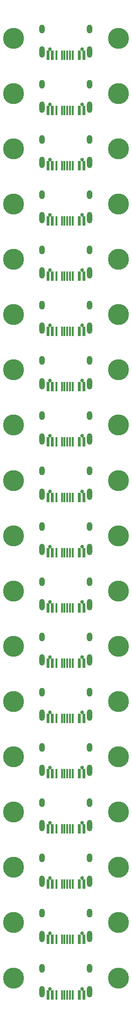
<source format=gbr>
%TF.GenerationSoftware,KiCad,Pcbnew,8.99.0-946-gf00a1ab517*%
%TF.CreationDate,2024-05-19T19:51:51+07:00*%
%TF.ProjectId,dtb_toro,6474625f-746f-4726-9f2e-6b696361645f,rev?*%
%TF.SameCoordinates,Original*%
%TF.FileFunction,Soldermask,Top*%
%TF.FilePolarity,Negative*%
%FSLAX46Y46*%
G04 Gerber Fmt 4.6, Leading zero omitted, Abs format (unit mm)*
G04 Created by KiCad (PCBNEW 8.99.0-946-gf00a1ab517) date 2024-05-19 19:51:51*
%MOMM*%
%LPD*%
G01*
G04 APERTURE LIST*
%ADD10C,3.800000*%
%ADD11O,1.000000X1.600000*%
%ADD12O,1.000000X2.100000*%
%ADD13R,0.600000X1.450000*%
%ADD14R,0.300000X1.760000*%
%ADD15R,0.600000X1.760000*%
%ADD16C,0.650000*%
G04 APERTURE END LIST*
D10*
%TO.C,H1*%
X531870016Y31270343D03*
%TD*%
%TO.C,H1*%
X531870016Y21270343D03*
%TD*%
%TO.C,H1*%
X531870016Y1270429D03*
%TD*%
D11*
%TO.C,J1*%
X537050000Y22972304D03*
D12*
X537050000Y18792304D03*
D11*
X545690000Y22972304D03*
D12*
X545690000Y18792304D03*
D13*
X544620000Y18377304D03*
X543820000Y18377304D03*
D14*
X542120000Y18222304D03*
X540620000Y18222304D03*
X539620000Y18222304D03*
D15*
X538920000Y18222304D03*
X538120000Y18222304D03*
D13*
X538120000Y18377304D03*
X538920000Y18377304D03*
D14*
X541120000Y18222304D03*
X541620000Y18222304D03*
X542620000Y18222304D03*
D15*
X543820000Y18222304D03*
X544620000Y18222304D03*
D16*
X538480000Y19322304D03*
X544260000Y19322304D03*
%TD*%
D10*
%TO.C,H1*%
X531870016Y11270386D03*
%TD*%
%TO.C,H2*%
X550870000Y31270299D03*
%TD*%
D11*
%TO.C,J1*%
X537050000Y12972347D03*
D12*
X537050000Y8792347D03*
D11*
X545690000Y12972347D03*
D12*
X545690000Y8792347D03*
D13*
X544620000Y8377347D03*
X543820000Y8377347D03*
D14*
X542120000Y8222347D03*
X540620000Y8222347D03*
X539620000Y8222347D03*
D15*
X538920000Y8222347D03*
X538120000Y8222347D03*
D13*
X538120000Y8377347D03*
X538920000Y8377347D03*
D14*
X541120000Y8222347D03*
X541620000Y8222347D03*
X542620000Y8222347D03*
D15*
X543820000Y8222347D03*
X544620000Y8222347D03*
D16*
X538480000Y9322347D03*
X544260000Y9322347D03*
%TD*%
D11*
%TO.C,J1*%
X537050000Y2972390D03*
D12*
X537050000Y-1207610D03*
D11*
X545690000Y2972390D03*
D12*
X545690000Y-1207610D03*
D13*
X544620000Y-1622610D03*
X543820000Y-1622610D03*
D14*
X542120000Y-1777610D03*
X540620000Y-1777610D03*
X539620000Y-1777610D03*
D15*
X538920000Y-1777610D03*
X538120000Y-1777610D03*
D13*
X538120000Y-1622610D03*
X538920000Y-1622610D03*
D14*
X541120000Y-1777610D03*
X541620000Y-1777610D03*
X542620000Y-1777610D03*
D15*
X543820000Y-1777610D03*
X544620000Y-1777610D03*
D16*
X538480000Y-677610D03*
X544260000Y-677610D03*
%TD*%
D10*
%TO.C,H2*%
X550870000Y21270299D03*
%TD*%
%TO.C,H2*%
X550870000Y1270385D03*
%TD*%
%TO.C,H2*%
X550870000Y11270342D03*
%TD*%
%TO.C,H2*%
X550870000Y-18729529D03*
%TD*%
%TO.C,H2*%
X550870000Y-8729572D03*
%TD*%
%TO.C,H1*%
X531870016Y-38729399D03*
%TD*%
D11*
%TO.C,J1*%
X537050000Y-17027524D03*
D12*
X537050000Y-21207524D03*
D11*
X545690000Y-17027524D03*
D12*
X545690000Y-21207524D03*
D13*
X544620000Y-21622524D03*
X543820000Y-21622524D03*
D14*
X542120000Y-21777524D03*
X540620000Y-21777524D03*
X539620000Y-21777524D03*
D15*
X538920000Y-21777524D03*
X538120000Y-21777524D03*
D13*
X538120000Y-21622524D03*
X538920000Y-21622524D03*
D14*
X541120000Y-21777524D03*
X541620000Y-21777524D03*
X542620000Y-21777524D03*
D15*
X543820000Y-21777524D03*
X544620000Y-21777524D03*
D16*
X538480000Y-20677524D03*
X544260000Y-20677524D03*
%TD*%
D11*
%TO.C,J1*%
X537050000Y-37027438D03*
D12*
X537050000Y-41207438D03*
D11*
X545690000Y-37027438D03*
D12*
X545690000Y-41207438D03*
D13*
X544620000Y-41622438D03*
X543820000Y-41622438D03*
D14*
X542120000Y-41777438D03*
X540620000Y-41777438D03*
X539620000Y-41777438D03*
D15*
X538920000Y-41777438D03*
X538120000Y-41777438D03*
D13*
X538120000Y-41622438D03*
X538920000Y-41622438D03*
D14*
X541120000Y-41777438D03*
X541620000Y-41777438D03*
X542620000Y-41777438D03*
D15*
X543820000Y-41777438D03*
X544620000Y-41777438D03*
D16*
X538480000Y-40677438D03*
X544260000Y-40677438D03*
%TD*%
D10*
%TO.C,H1*%
X531870016Y-28729442D03*
%TD*%
%TO.C,H1*%
X531870016Y-18729485D03*
%TD*%
D11*
%TO.C,J1*%
X537050000Y-7027567D03*
D12*
X537050000Y-11207567D03*
D11*
X545690000Y-7027567D03*
D12*
X545690000Y-11207567D03*
D13*
X544620000Y-11622567D03*
X543820000Y-11622567D03*
D14*
X542120000Y-11777567D03*
X540620000Y-11777567D03*
X539620000Y-11777567D03*
D15*
X538920000Y-11777567D03*
X538120000Y-11777567D03*
D13*
X538120000Y-11622567D03*
X538920000Y-11622567D03*
D14*
X541120000Y-11777567D03*
X541620000Y-11777567D03*
X542620000Y-11777567D03*
D15*
X543820000Y-11777567D03*
X544620000Y-11777567D03*
D16*
X538480000Y-10677567D03*
X544260000Y-10677567D03*
%TD*%
D11*
%TO.C,J1*%
X537050000Y-27027481D03*
D12*
X537050000Y-31207481D03*
D11*
X545690000Y-27027481D03*
D12*
X545690000Y-31207481D03*
D13*
X544620000Y-31622481D03*
X543820000Y-31622481D03*
D14*
X542120000Y-31777481D03*
X540620000Y-31777481D03*
X539620000Y-31777481D03*
D15*
X538920000Y-31777481D03*
X538120000Y-31777481D03*
D13*
X538120000Y-31622481D03*
X538920000Y-31622481D03*
D14*
X541120000Y-31777481D03*
X541620000Y-31777481D03*
X542620000Y-31777481D03*
D15*
X543820000Y-31777481D03*
X544620000Y-31777481D03*
D16*
X538480000Y-30677481D03*
X544260000Y-30677481D03*
%TD*%
D10*
%TO.C,H2*%
X550870000Y-28729486D03*
%TD*%
%TO.C,H1*%
X531870016Y-48729356D03*
%TD*%
%TO.C,H1*%
X531870016Y-8729528D03*
%TD*%
%TO.C,H2*%
X550870000Y-38729443D03*
%TD*%
D11*
%TO.C,J1*%
X537050000Y-47027395D03*
D12*
X537050000Y-51207395D03*
D11*
X545690000Y-47027395D03*
D12*
X545690000Y-51207395D03*
D13*
X544620000Y-51622395D03*
X543820000Y-51622395D03*
D14*
X542120000Y-51777395D03*
X540620000Y-51777395D03*
X539620000Y-51777395D03*
D15*
X538920000Y-51777395D03*
X538120000Y-51777395D03*
D13*
X538120000Y-51622395D03*
X538920000Y-51622395D03*
D14*
X541120000Y-51777395D03*
X541620000Y-51777395D03*
X542620000Y-51777395D03*
D15*
X543820000Y-51777395D03*
X544620000Y-51777395D03*
D16*
X538480000Y-50677395D03*
X544260000Y-50677395D03*
%TD*%
D10*
%TO.C,H2*%
X550870000Y-48729400D03*
%TD*%
%TO.C,H1*%
X531870016Y41270343D03*
%TD*%
%TO.C,H2*%
X550870000Y41270299D03*
%TD*%
%TO.C,H1*%
X531870016Y51270300D03*
%TD*%
%TO.C,H2*%
X550870000Y51270256D03*
%TD*%
D16*
%TO.C,J1*%
X544260000Y49322261D03*
X538480000Y49322261D03*
D15*
X544620000Y48222261D03*
X543820000Y48222261D03*
D14*
X542620000Y48222261D03*
X541620000Y48222261D03*
X541120000Y48222261D03*
D13*
X538920000Y48377261D03*
X538120000Y48377261D03*
D15*
X538120000Y48222261D03*
X538920000Y48222261D03*
D14*
X539620000Y48222261D03*
X540620000Y48222261D03*
X542120000Y48222261D03*
D13*
X543820000Y48377261D03*
X544620000Y48377261D03*
D12*
X545690000Y48792261D03*
D11*
X545690000Y52972261D03*
D12*
X537050000Y48792261D03*
D11*
X537050000Y52972261D03*
%TD*%
D10*
%TO.C,H1*%
X531870016Y61270257D03*
%TD*%
%TO.C,H2*%
X550870000Y61270213D03*
%TD*%
D16*
%TO.C,J1*%
X544260000Y59322218D03*
X538480000Y59322218D03*
D15*
X544620000Y58222218D03*
X543820000Y58222218D03*
D14*
X542620000Y58222218D03*
X541620000Y58222218D03*
X541120000Y58222218D03*
D13*
X538920000Y58377218D03*
X538120000Y58377218D03*
D15*
X538120000Y58222218D03*
X538920000Y58222218D03*
D14*
X539620000Y58222218D03*
X540620000Y58222218D03*
X542120000Y58222218D03*
D13*
X543820000Y58377218D03*
X544620000Y58377218D03*
D12*
X545690000Y58792218D03*
D11*
X545690000Y62972218D03*
D12*
X537050000Y58792218D03*
D11*
X537050000Y62972218D03*
%TD*%
D10*
%TO.C,H1*%
X531870016Y71270214D03*
%TD*%
%TO.C,H2*%
X550870000Y71270170D03*
%TD*%
D16*
%TO.C,J1*%
X544260000Y69322175D03*
X538480000Y69322175D03*
D15*
X544620000Y68222175D03*
X543820000Y68222175D03*
D14*
X542620000Y68222175D03*
X541620000Y68222175D03*
X541120000Y68222175D03*
D13*
X538920000Y68377175D03*
X538120000Y68377175D03*
D15*
X538120000Y68222175D03*
X538920000Y68222175D03*
D14*
X539620000Y68222175D03*
X540620000Y68222175D03*
X542120000Y68222175D03*
D13*
X543820000Y68377175D03*
X544620000Y68377175D03*
D12*
X545690000Y68792175D03*
D11*
X545690000Y72972175D03*
D12*
X537050000Y68792175D03*
D11*
X537050000Y72972175D03*
%TD*%
D10*
%TO.C,H1*%
X531870016Y81270171D03*
%TD*%
%TO.C,H2*%
X550870000Y81270127D03*
%TD*%
D16*
%TO.C,J1*%
X544260000Y79322132D03*
X538480000Y79322132D03*
D15*
X544620000Y78222132D03*
X543820000Y78222132D03*
D14*
X542620000Y78222132D03*
X541620000Y78222132D03*
X541120000Y78222132D03*
D13*
X538920000Y78377132D03*
X538120000Y78377132D03*
D15*
X538120000Y78222132D03*
X538920000Y78222132D03*
D14*
X539620000Y78222132D03*
X540620000Y78222132D03*
X542120000Y78222132D03*
D13*
X543820000Y78377132D03*
X544620000Y78377132D03*
D12*
X545690000Y78792132D03*
D11*
X545690000Y82972132D03*
D12*
X537050000Y78792132D03*
D11*
X537050000Y82972132D03*
%TD*%
D10*
%TO.C,H1*%
X531870016Y91270128D03*
%TD*%
%TO.C,H2*%
X550870000Y91270084D03*
%TD*%
D16*
%TO.C,J1*%
X544260000Y89322089D03*
X538480000Y89322089D03*
D15*
X544620000Y88222089D03*
X543820000Y88222089D03*
D14*
X542620000Y88222089D03*
X541620000Y88222089D03*
X541120000Y88222089D03*
D13*
X538920000Y88377089D03*
X538120000Y88377089D03*
D15*
X538120000Y88222089D03*
X538920000Y88222089D03*
D14*
X539620000Y88222089D03*
X540620000Y88222089D03*
X542120000Y88222089D03*
D13*
X543820000Y88377089D03*
X544620000Y88377089D03*
D12*
X545690000Y88792089D03*
D11*
X545690000Y92972089D03*
D12*
X537050000Y88792089D03*
D11*
X537050000Y92972089D03*
%TD*%
D10*
%TO.C,H1*%
X531870016Y101270085D03*
%TD*%
%TO.C,H2*%
X550870000Y101270041D03*
%TD*%
D16*
%TO.C,J1*%
X544260000Y99322046D03*
X538480000Y99322046D03*
D15*
X544620000Y98222046D03*
X543820000Y98222046D03*
D14*
X542620000Y98222046D03*
X541620000Y98222046D03*
X541120000Y98222046D03*
D13*
X538920000Y98377046D03*
X538120000Y98377046D03*
D15*
X538120000Y98222046D03*
X538920000Y98222046D03*
D14*
X539620000Y98222046D03*
X540620000Y98222046D03*
X542120000Y98222046D03*
D13*
X543820000Y98377046D03*
X544620000Y98377046D03*
D12*
X545690000Y98792046D03*
D11*
X545690000Y102972046D03*
D12*
X537050000Y98792046D03*
D11*
X537050000Y102972046D03*
%TD*%
D10*
%TO.C,H1*%
X531870016Y111270042D03*
%TD*%
%TO.C,H2*%
X550870000Y111269998D03*
%TD*%
D16*
%TO.C,J1*%
X544260000Y109322003D03*
X538480000Y109322003D03*
D15*
X544620000Y108222003D03*
X543820000Y108222003D03*
D14*
X542620000Y108222003D03*
X541620000Y108222003D03*
X541120000Y108222003D03*
D13*
X538920000Y108377003D03*
X538120000Y108377003D03*
D15*
X538120000Y108222003D03*
X538920000Y108222003D03*
D14*
X539620000Y108222003D03*
X540620000Y108222003D03*
X542120000Y108222003D03*
D13*
X543820000Y108377003D03*
X544620000Y108377003D03*
D12*
X545690000Y108792003D03*
D11*
X545690000Y112972003D03*
D12*
X537050000Y108792003D03*
D11*
X537050000Y112972003D03*
%TD*%
D10*
%TO.C,H2*%
X550870000Y121269998D03*
%TD*%
%TO.C,H1*%
X531870016Y121270042D03*
%TD*%
D15*
%TO.C,J1*%
X544620000Y118222003D03*
X543820000Y118222003D03*
D14*
X542620000Y118222003D03*
X540620000Y118222003D03*
X541120000Y118222003D03*
X539620000Y118222003D03*
X542120000Y118222003D03*
X541620000Y118222003D03*
D15*
X538120000Y118222003D03*
X538920000Y118222003D03*
D16*
X544260000Y119322003D03*
X538480000Y119322003D03*
D13*
X538920000Y118377003D03*
X538120000Y118377003D03*
X543820000Y118377003D03*
X544620000Y118377003D03*
D12*
X545690000Y118792003D03*
D11*
X545690000Y122972003D03*
D12*
X537050000Y118792003D03*
D11*
X537050000Y122972003D03*
%TD*%
D16*
%TO.C,J1*%
X544260000Y39322304D03*
X538480000Y39322304D03*
D15*
X544620000Y38222304D03*
X543820000Y38222304D03*
D14*
X542620000Y38222304D03*
X541620000Y38222304D03*
X541120000Y38222304D03*
D13*
X538920000Y38377304D03*
X538120000Y38377304D03*
D15*
X538120000Y38222304D03*
X538920000Y38222304D03*
D14*
X539620000Y38222304D03*
X540620000Y38222304D03*
X542120000Y38222304D03*
D13*
X543820000Y38377304D03*
X544620000Y38377304D03*
D12*
X545690000Y38792304D03*
D11*
X545690000Y42972304D03*
D12*
X537050000Y38792304D03*
D11*
X537050000Y42972304D03*
%TD*%
%TO.C,J1*%
X537050000Y32972304D03*
D12*
X537050000Y28792304D03*
D11*
X545690000Y32972304D03*
D12*
X545690000Y28792304D03*
D13*
X544620000Y28377304D03*
X543820000Y28377304D03*
D14*
X542120000Y28222304D03*
X540620000Y28222304D03*
X539620000Y28222304D03*
D15*
X538920000Y28222304D03*
X538120000Y28222304D03*
D13*
X538120000Y28377304D03*
X538920000Y28377304D03*
D14*
X541120000Y28222304D03*
X541620000Y28222304D03*
X542620000Y28222304D03*
D15*
X543820000Y28222304D03*
X544620000Y28222304D03*
D16*
X538480000Y29322304D03*
X544260000Y29322304D03*
%TD*%
M02*

</source>
